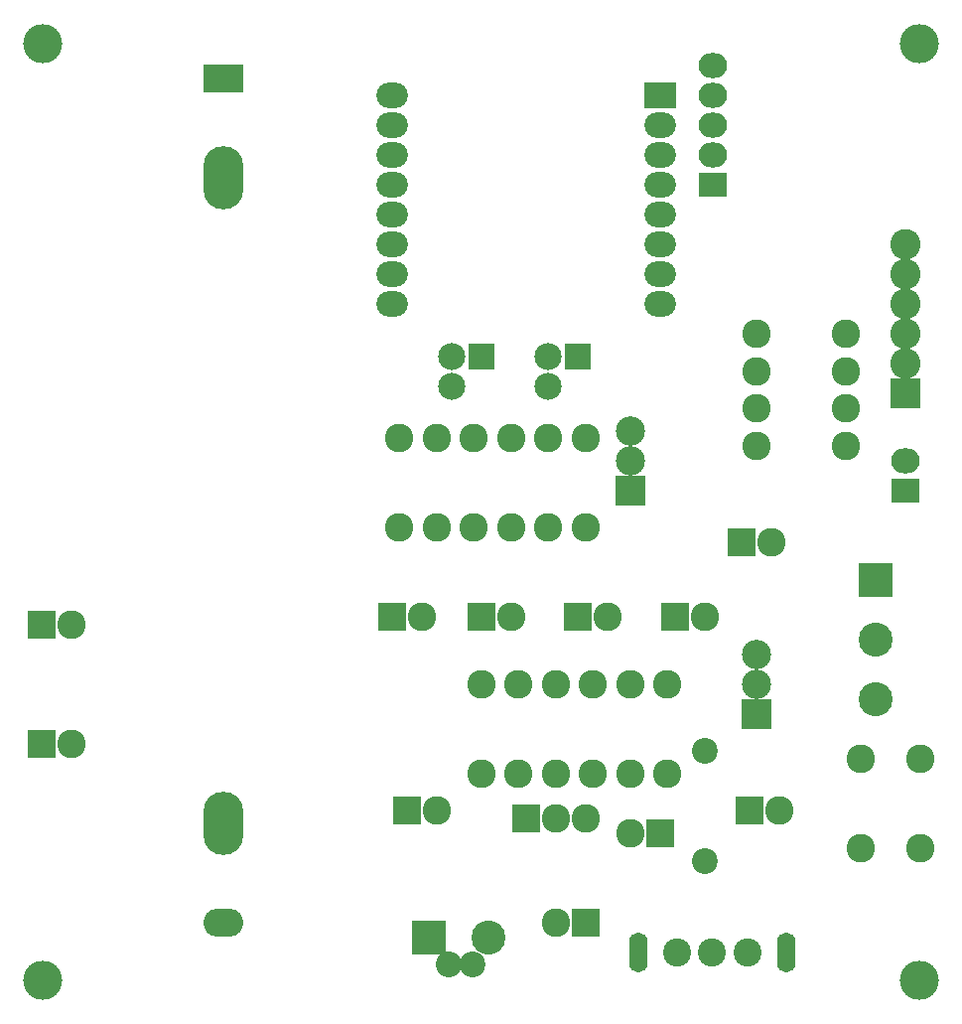
<source format=gbr>
G04 #@! TF.GenerationSoftware,KiCad,Pcbnew,(5.1.0)-1*
G04 #@! TF.CreationDate,2020-11-16T17:59:51+00:00*
G04 #@! TF.ProjectId,WildlifeCamera_PCB,57696c64-6c69-4666-9543-616d6572615f,rev?*
G04 #@! TF.SameCoordinates,PX5d42830PY7b89fa0*
G04 #@! TF.FileFunction,Soldermask,Bot*
G04 #@! TF.FilePolarity,Negative*
%FSLAX46Y46*%
G04 Gerber Fmt 4.6, Leading zero omitted, Abs format (unit mm)*
G04 Created by KiCad (PCBNEW (5.1.0)-1) date 2020-11-16 17:59:51*
%MOMM*%
%LPD*%
G04 APERTURE LIST*
%ADD10O,3.400000X5.400000*%
%ADD11R,3.400000X2.400000*%
%ADD12O,3.400000X2.400000*%
%ADD13C,2.432000*%
%ADD14R,2.432000X2.432000*%
%ADD15O,2.686000X2.178000*%
%ADD16R,2.686000X2.178000*%
%ADD17R,2.500580X2.500580*%
%ADD18C,2.599640*%
%ADD19C,2.899360*%
%ADD20R,2.899360X2.899360*%
%ADD21C,2.400000*%
%ADD22O,1.600000X3.400000*%
%ADD23C,2.200000*%
%ADD24R,2.432000X2.127200*%
%ADD25O,2.432000X2.127200*%
%ADD26C,2.500580*%
%ADD27C,3.334700*%
%ADD28R,2.305000X2.305000*%
%ADD29C,2.305000*%
G04 APERTURE END LIST*
D10*
X24335000Y7160000D03*
D11*
X24335000Y70660000D03*
D12*
X24335000Y-1340000D03*
D10*
X24335000Y62160000D03*
D13*
X11430000Y24130000D03*
D14*
X8890000Y24130000D03*
D15*
X38735000Y64135000D03*
X38735000Y61595000D03*
X38735000Y59055000D03*
X38735000Y56515000D03*
X38735000Y53975000D03*
X38735000Y51435000D03*
X61595000Y51435000D03*
X61595000Y53975000D03*
X61595000Y56515000D03*
X61595000Y59055000D03*
X61595000Y61595000D03*
X61595000Y64135000D03*
X61595000Y66675000D03*
D16*
X61595000Y69215000D03*
D15*
X38735000Y66675000D03*
X38735000Y69215000D03*
D17*
X82550000Y43815000D03*
D18*
X82550000Y46355000D03*
X82550000Y48895000D03*
X82550000Y51435000D03*
X82550000Y53975000D03*
X82550000Y56515000D03*
D13*
X11430000Y13970000D03*
D14*
X8890000Y13970000D03*
D13*
X46355000Y19050000D03*
X46355000Y11430000D03*
X49530000Y11430000D03*
X49530000Y19050000D03*
X55880000Y11430000D03*
X55880000Y19050000D03*
X52705000Y11430000D03*
X52705000Y19050000D03*
D14*
X50165000Y7620000D03*
D13*
X52705000Y7620000D03*
X55245000Y7620000D03*
D19*
X80010000Y17780000D03*
D20*
X80010000Y27940000D03*
D19*
X80010000Y22860000D03*
D13*
X62230000Y11430000D03*
X62230000Y19050000D03*
D21*
X66032380Y-3835400D03*
X69040000Y-3810000D03*
X63040000Y-3810000D03*
D22*
X72340000Y-3810000D03*
X59740000Y-3810000D03*
D23*
X65405000Y3937000D03*
X65405000Y13335000D03*
D14*
X61595000Y6350000D03*
D13*
X59055000Y6350000D03*
D24*
X82550000Y35560000D03*
D25*
X82550000Y38100000D03*
D13*
X59055000Y19050000D03*
X59055000Y11430000D03*
X83820000Y5080000D03*
X78740000Y5080000D03*
X83820000Y12700000D03*
X78740000Y12700000D03*
X71120000Y31115000D03*
D14*
X68580000Y31115000D03*
D13*
X42545000Y8255000D03*
D14*
X40005000Y8255000D03*
X69215000Y8255000D03*
D13*
X71755000Y8255000D03*
D14*
X55245000Y-1270000D03*
D13*
X52705000Y-1270000D03*
D26*
X69850000Y19050000D03*
X69850000Y21590000D03*
D17*
X69850000Y16510000D03*
D13*
X41275000Y24765000D03*
D14*
X38735000Y24765000D03*
X46355000Y24765000D03*
D13*
X48895000Y24765000D03*
X57150000Y24765000D03*
D14*
X54610000Y24765000D03*
X62865000Y24765000D03*
D13*
X65405000Y24765000D03*
X69850000Y48895000D03*
X77470000Y48895000D03*
X77470000Y45720000D03*
X69850000Y45720000D03*
X69850000Y42545000D03*
X77470000Y42545000D03*
X77470000Y39370000D03*
X69850000Y39370000D03*
D24*
X66105000Y61580000D03*
D25*
X66105000Y64120000D03*
X66105000Y66660000D03*
X66105000Y69200000D03*
X66105000Y71740000D03*
D27*
X8933286Y73610528D03*
X83732929Y-6189115D03*
X83732929Y73610528D03*
X8933286Y-6189115D03*
D20*
X41910000Y-2540000D03*
D19*
X46990000Y-2540000D03*
D23*
X43561000Y-4826000D03*
X45593000Y-4826000D03*
D28*
X46355000Y46990000D03*
D29*
X43815000Y46990000D03*
X43815000Y44450000D03*
X52070000Y44450000D03*
X52070000Y46990000D03*
D28*
X54610000Y46990000D03*
D26*
X59055000Y40640000D03*
X59055000Y38100000D03*
D17*
X59055000Y35560000D03*
D13*
X39370000Y40005000D03*
X39370000Y32385000D03*
X42545000Y40005000D03*
X42545000Y32385000D03*
X45720000Y32385000D03*
X45720000Y40005000D03*
X48895000Y32385000D03*
X48895000Y40005000D03*
X52070000Y32385000D03*
X52070000Y40005000D03*
X55245000Y32385000D03*
X55245000Y40005000D03*
M02*

</source>
